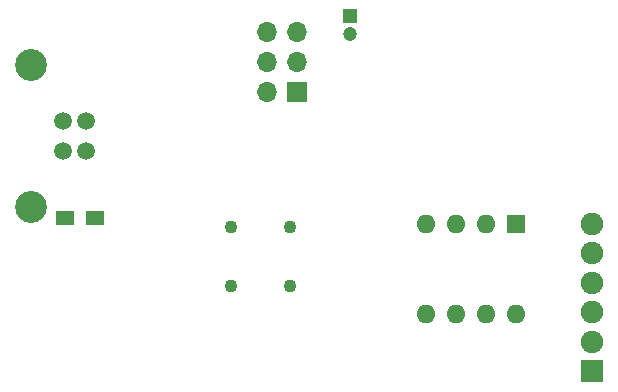
<source format=gbr>
G04 #@! TF.FileFunction,Soldermask,Bot*
%FSLAX46Y46*%
G04 Gerber Fmt 4.6, Leading zero omitted, Abs format (unit mm)*
G04 Created by KiCad (PCBNEW 4.0.4-stable) date 01/28/17 21:45:27*
%MOMM*%
%LPD*%
G01*
G04 APERTURE LIST*
%ADD10C,0.100000*%
%ADD11R,1.900000X1.900000*%
%ADD12C,1.900000*%
%ADD13R,1.600000X1.600000*%
%ADD14O,1.600000X1.600000*%
%ADD15R,1.500000X1.250000*%
%ADD16R,1.200000X1.200000*%
%ADD17C,1.200000*%
%ADD18C,1.100000*%
%ADD19C,1.520000*%
%ADD20C,2.700000*%
%ADD21R,1.700000X1.700000*%
%ADD22O,1.700000X1.700000*%
G04 APERTURE END LIST*
D10*
D11*
X162427920Y-146248120D03*
D12*
X162427920Y-143748120D03*
X162427920Y-141248120D03*
X162427920Y-138748120D03*
X162427920Y-136248120D03*
X162427920Y-133748120D03*
D13*
X155956000Y-133731000D03*
D14*
X148336000Y-141351000D03*
X153416000Y-133731000D03*
X150876000Y-141351000D03*
X150876000Y-133731000D03*
X153416000Y-141351000D03*
X148336000Y-133731000D03*
X155956000Y-141351000D03*
D15*
X120294720Y-133268720D03*
X117794720Y-133268720D03*
D16*
X141930120Y-116174520D03*
D17*
X141930120Y-117674520D03*
D18*
X131826000Y-133985000D03*
X136826000Y-138985000D03*
X136826000Y-133985000D03*
X131826000Y-138985000D03*
D19*
X119578120Y-125039120D03*
X119578120Y-127579120D03*
X117578120Y-127579120D03*
X117578120Y-125039120D03*
D20*
X114878120Y-120309120D03*
X114878120Y-132309120D03*
D21*
X137459720Y-122600720D03*
D22*
X134919720Y-122600720D03*
X137459720Y-120060720D03*
X134919720Y-120060720D03*
X137459720Y-117520720D03*
X134919720Y-117520720D03*
M02*

</source>
